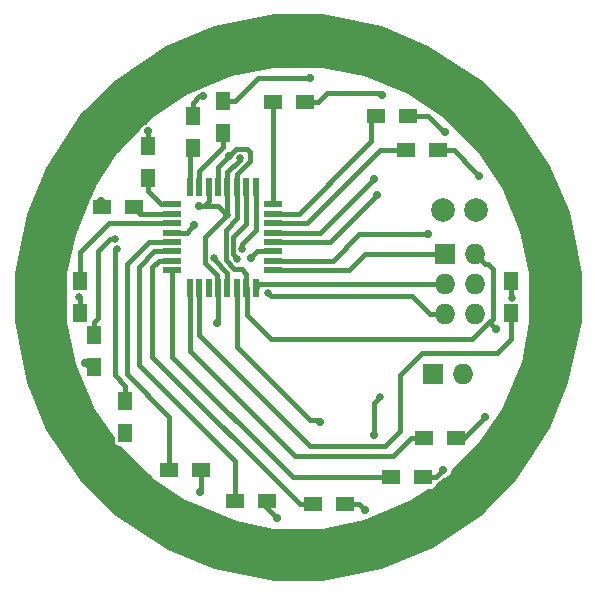
<source format=gbl>
G04 #@! TF.FileFunction,Copper,L2,Bot,Signal*
%FSLAX46Y46*%
G04 Gerber Fmt 4.6, Leading zero omitted, Abs format (unit mm)*
G04 Created by KiCad (PCBNEW (2015-06-11 BZR 5731)-product) date Sun 19 Jul 2015 11:24:49 PM CEST*
%MOMM*%
G01*
G04 APERTURE LIST*
%ADD10C,0.100000*%
%ADD11R,0.550000X1.600000*%
%ADD12R,1.600000X0.550000*%
%ADD13R,1.727200X1.727200*%
%ADD14O,1.727200X1.727200*%
%ADD15C,1.998980*%
%ADD16R,1.300000X1.500000*%
%ADD17R,1.500000X1.300000*%
%ADD18C,0.711200*%
%ADD19C,0.635000*%
%ADD20C,0.381000*%
%ADD21C,0.254000*%
G04 APERTURE END LIST*
D10*
D11*
X103340000Y-72680000D03*
X104140000Y-72680000D03*
X104940000Y-72680000D03*
X105740000Y-72680000D03*
X106540000Y-72680000D03*
X107340000Y-72680000D03*
X108140000Y-72680000D03*
X108940000Y-72680000D03*
D12*
X110390000Y-74130000D03*
X110390000Y-74930000D03*
X110390000Y-75730000D03*
X110390000Y-76530000D03*
X110390000Y-77330000D03*
X110390000Y-78130000D03*
X110390000Y-78930000D03*
X110390000Y-79730000D03*
D11*
X108940000Y-81180000D03*
X108140000Y-81180000D03*
X107340000Y-81180000D03*
X106540000Y-81180000D03*
X105740000Y-81180000D03*
X104940000Y-81180000D03*
X104140000Y-81180000D03*
X103340000Y-81180000D03*
D12*
X101890000Y-79730000D03*
X101890000Y-78930000D03*
X101890000Y-78130000D03*
X101890000Y-77330000D03*
X101890000Y-76530000D03*
X101890000Y-75730000D03*
X101890000Y-74930000D03*
X101890000Y-74130000D03*
D13*
X123920000Y-88487000D03*
D14*
X126460000Y-88487000D03*
D13*
X124936000Y-78327000D03*
D14*
X127476000Y-78327000D03*
X124936000Y-80867000D03*
X127476000Y-80867000D03*
X124936000Y-83407000D03*
X127476000Y-83407000D03*
D15*
X124809000Y-74644000D03*
X127603000Y-74644000D03*
D16*
X130524000Y-80660000D03*
X130524000Y-83360000D03*
D17*
X125905000Y-93948000D03*
X123205000Y-93948000D03*
X123111000Y-97250000D03*
X120411000Y-97250000D03*
X116507000Y-99536000D03*
X113807000Y-99536000D03*
X109903000Y-99282000D03*
X107203000Y-99282000D03*
X104315000Y-96615000D03*
X101615000Y-96615000D03*
D16*
X97885000Y-93520000D03*
X97885000Y-90820000D03*
X95218000Y-87932000D03*
X95218000Y-85232000D03*
X94075000Y-83360000D03*
X94075000Y-80660000D03*
D17*
X95900000Y-74390000D03*
X98600000Y-74390000D03*
D16*
X99790000Y-69230000D03*
X99790000Y-71930000D03*
X103600000Y-66690000D03*
X103600000Y-69390000D03*
X106140000Y-65420000D03*
X106140000Y-68120000D03*
D17*
X113078000Y-65500000D03*
X110378000Y-65500000D03*
X121841000Y-66643000D03*
X119141000Y-66643000D03*
X124381000Y-69564000D03*
X121681000Y-69564000D03*
D18*
X106648000Y-70071992D03*
X129254000Y-84677000D03*
D19*
X106521010Y-75025000D03*
D18*
X104108001Y-74262999D03*
X105632000Y-84169000D03*
D19*
X107602337Y-70199019D03*
X105378010Y-78668142D03*
D18*
X118967000Y-71977000D03*
D19*
X130651000Y-82038482D03*
D18*
X134334000Y-80740000D03*
X133191000Y-80740000D03*
X134334000Y-80740000D03*
X135477000Y-80740000D03*
X134715000Y-89757000D03*
X132302000Y-88741000D03*
X130016000Y-97631000D03*
X128111000Y-95853000D03*
X122650000Y-103219000D03*
X121634000Y-100679000D03*
X126352516Y-66610640D03*
X128111000Y-64611000D03*
X131032000Y-72993000D03*
X133571137Y-71965633D03*
X133445002Y-89249000D03*
X129000000Y-96742000D03*
X122142000Y-102076000D03*
X113760000Y-104489002D03*
X113760000Y-102965000D03*
X113760000Y-105505000D03*
X105251000Y-102838004D03*
X105759000Y-101695000D03*
X104743000Y-103854000D03*
X97885000Y-98647000D03*
X98393000Y-97758000D03*
X96996000Y-99409000D03*
X92678000Y-91789000D03*
X93694000Y-91154000D03*
X91408000Y-92043000D03*
X89249000Y-83280000D03*
X91789000Y-83280000D03*
X90392000Y-83280004D03*
X91535000Y-74644000D03*
X92678000Y-75279000D03*
X90392000Y-74263000D03*
X96996000Y-68167000D03*
X103346000Y-63468000D03*
X102330000Y-60928000D03*
X111220000Y-61309000D03*
X111220000Y-58769000D03*
X111346994Y-60039000D03*
X96107001Y-67278000D03*
X95345000Y-66389000D03*
X102838000Y-62198004D03*
X119221000Y-62198000D03*
X119856002Y-61055000D03*
X120237000Y-60039000D03*
X132302000Y-72612000D03*
X127222000Y-65627000D03*
X128365000Y-92170000D03*
X124809000Y-96615000D03*
X118205000Y-100044000D03*
X110712000Y-100679000D03*
X104235000Y-98520000D03*
X97885000Y-93693998D03*
X94456000Y-87598000D03*
D19*
X93947998Y-82010000D03*
D18*
X95853000Y-73882000D03*
X99789996Y-67913000D03*
X104489000Y-64992000D03*
X113506000Y-63468000D03*
X119602000Y-64865000D03*
X124936000Y-68040000D03*
X127857000Y-71723000D03*
D19*
X97210132Y-77906132D03*
X107393422Y-78741157D03*
X107791040Y-77946000D03*
X96992751Y-77044107D03*
D18*
X119221000Y-73374000D03*
X108553000Y-78708000D03*
X123539000Y-76676000D03*
X118967000Y-93694020D03*
D19*
X119475000Y-90438990D03*
D18*
X114395000Y-92551000D03*
D19*
X109950000Y-81629010D03*
D18*
X103727000Y-75914000D03*
D20*
X108140000Y-79999000D02*
X107738000Y-79597000D01*
X108140000Y-81180000D02*
X108140000Y-79999000D01*
X107121503Y-79597000D02*
X106394010Y-78869507D01*
X106394010Y-78869507D02*
X106394010Y-76279762D01*
X107738000Y-79597000D02*
X107121503Y-79597000D01*
X107340000Y-75333772D02*
X107340000Y-73861000D01*
X106394010Y-76279762D02*
X107340000Y-75333772D01*
X107340000Y-73861000D02*
X107340000Y-72680000D01*
X108172000Y-81212000D02*
X108140000Y-81180000D01*
X108172000Y-83534000D02*
X108172000Y-81212000D01*
X110204000Y-85566000D02*
X108172000Y-83534000D01*
X128619000Y-84199990D02*
X127252990Y-85566000D01*
X129000000Y-83818990D02*
X128619000Y-84199990D01*
X127252990Y-85566000D02*
X110204000Y-85566000D01*
X128593599Y-79190599D02*
X129000000Y-79597000D01*
X128339599Y-79190599D02*
X128593599Y-79190599D01*
X129000000Y-79597000D02*
X129000000Y-83818990D01*
X127476000Y-78327000D02*
X128339599Y-79190599D01*
X107282993Y-69436999D02*
X106965499Y-69754493D01*
X106330501Y-70389491D02*
X106648000Y-70071992D01*
X108426001Y-69691001D02*
X108171999Y-69436999D01*
X105740000Y-70979992D02*
X106330501Y-70389491D01*
X107340000Y-72680000D02*
X107340000Y-71539000D01*
X107340000Y-71539000D02*
X108426001Y-70452999D01*
X105740000Y-72680000D02*
X105740000Y-70979992D01*
X108171999Y-69436999D02*
X107282993Y-69436999D01*
X108426001Y-70452999D02*
X108426001Y-69691001D01*
X106965499Y-69754493D02*
X106648000Y-70071992D01*
X128619000Y-84199990D02*
X128776990Y-84199990D01*
X128776990Y-84199990D02*
X128936501Y-84359501D01*
X128936501Y-84359501D02*
X129254000Y-84677000D01*
X105740000Y-81180000D02*
X105659501Y-81099501D01*
X105659501Y-81099501D02*
X105659501Y-80132501D01*
X105659501Y-80132501D02*
X104616000Y-79089000D01*
X104616000Y-79089000D02*
X104616000Y-76930010D01*
X104616000Y-76930010D02*
X106203511Y-75342499D01*
X106203511Y-75342499D02*
X106521010Y-75025000D01*
X123920000Y-88360000D02*
X123920000Y-88487000D01*
X106540000Y-72680000D02*
X106540000Y-75006010D01*
X106540000Y-75006010D02*
X106521010Y-75025000D01*
X104940000Y-73861000D02*
X104538000Y-74263000D01*
X104940000Y-72680000D02*
X104940000Y-73861000D01*
X105759010Y-74263000D02*
X104430012Y-74263000D01*
X104538000Y-74263000D02*
X104430012Y-74263000D01*
X106521010Y-75025000D02*
X105759010Y-74263000D01*
X104430012Y-74263000D02*
X104430011Y-74262999D01*
X104430011Y-74262999D02*
X104108001Y-74262999D01*
X105740000Y-81180000D02*
X105740000Y-84061000D01*
X105740000Y-84061000D02*
X105632000Y-84169000D01*
X106540000Y-72680000D02*
X106540000Y-71434762D01*
X107602337Y-70372425D02*
X107602337Y-70199019D01*
X106540000Y-71434762D02*
X107602337Y-70372425D01*
X106540000Y-81180000D02*
X106540000Y-79913535D01*
X106540000Y-79913535D02*
X105378010Y-78751545D01*
X105378010Y-78751545D02*
X105378010Y-78668142D01*
X118649501Y-72294499D02*
X118967000Y-71977000D01*
X110390000Y-76530000D02*
X114414000Y-76530000D01*
X114414000Y-76530000D02*
X118649501Y-72294499D01*
X130524000Y-80660000D02*
X130524000Y-81883000D01*
X130651000Y-82010000D02*
X130651000Y-82038482D01*
X130524000Y-81883000D02*
X130651000Y-82010000D01*
X134334000Y-80740000D02*
X135477000Y-80740000D01*
X133318000Y-89757000D02*
X132302000Y-88741000D01*
X134715000Y-89757000D02*
X133318000Y-89757000D01*
X129889000Y-97631000D02*
X128111000Y-95853000D01*
X130016000Y-97631000D02*
X129889000Y-97631000D01*
X122650000Y-101695000D02*
X121634000Y-100679000D01*
X122650000Y-103219000D02*
X122650000Y-101695000D01*
X128111000Y-64738000D02*
X128111000Y-64611000D01*
X133432770Y-72104000D02*
X133571137Y-71965633D01*
X133318000Y-72104000D02*
X133432770Y-72104000D01*
X134334000Y-80740000D02*
X133445002Y-81628998D01*
X133445002Y-81628998D02*
X133445002Y-88799988D01*
X133445002Y-88799988D02*
X133445002Y-89249000D01*
X133445002Y-89249000D02*
X133445002Y-92296998D01*
X133445002Y-92296998D02*
X129317499Y-96424501D01*
X129317499Y-96424501D02*
X129000000Y-96742000D01*
D21*
X121888000Y-102203000D02*
X122015000Y-102076000D01*
X122015000Y-102076000D02*
X122142000Y-102076000D01*
D20*
X129000000Y-96742000D02*
X127476000Y-96742000D01*
X127476000Y-96742000D02*
X122459499Y-101758501D01*
X122459499Y-101758501D02*
X122142000Y-102076000D01*
X116046002Y-102203000D02*
X114077499Y-104171503D01*
X121888000Y-102203000D02*
X116046002Y-102203000D01*
X114077499Y-104171503D02*
X113760000Y-104489002D01*
X113760000Y-104489002D02*
X113760000Y-102965000D01*
X113760000Y-104489002D02*
X113760000Y-105505000D01*
X113760000Y-104489002D02*
X112109002Y-102838004D01*
X112109002Y-102838004D02*
X105700012Y-102838004D01*
X105700012Y-102838004D02*
X105251000Y-102838004D01*
X105251000Y-103346000D02*
X104743000Y-103854000D01*
X105251000Y-102838004D02*
X105251000Y-103346000D01*
X105251000Y-102838004D02*
X102076004Y-102838004D01*
X102076004Y-102838004D02*
X98202499Y-98964499D01*
X98202499Y-98964499D02*
X97885000Y-98647000D01*
X97758000Y-98647000D02*
X96996000Y-99409000D01*
X97885000Y-98647000D02*
X97758000Y-98647000D01*
X97885000Y-98647000D02*
X97885000Y-96996000D01*
X97885000Y-96996000D02*
X92995499Y-92106499D01*
X92995499Y-92106499D02*
X92678000Y-91789000D01*
X91662000Y-91789000D02*
X91408000Y-92043000D01*
X92678000Y-91789000D02*
X91662000Y-91789000D01*
X91789000Y-83280000D02*
X90900000Y-83280000D01*
X90900000Y-83280000D02*
X90899996Y-83280004D01*
X90899996Y-83280004D02*
X90841012Y-83280004D01*
X90392000Y-83729016D02*
X90392000Y-83280004D01*
X90841012Y-83280004D02*
X90392000Y-83280004D01*
X92678000Y-91789000D02*
X90392000Y-89503000D01*
X90392000Y-89503000D02*
X90392000Y-83729016D01*
X90900000Y-83280000D02*
X91535000Y-82645000D01*
X91535000Y-82645000D02*
X91535000Y-75093012D01*
X91535000Y-75093012D02*
X91535000Y-74644000D01*
X90773000Y-74644000D02*
X90392000Y-74263000D01*
X91535000Y-74644000D02*
X90773000Y-74644000D01*
X111220000Y-59912006D02*
X111346994Y-60039000D01*
X111220000Y-58769000D02*
X111220000Y-59912006D01*
X91535000Y-74644000D02*
X91535000Y-71850001D01*
X91535000Y-71850001D02*
X95789502Y-67595499D01*
X95789502Y-67595499D02*
X96107001Y-67278000D01*
X96107001Y-67278000D02*
X95345000Y-66515999D01*
X95345000Y-66515999D02*
X95345000Y-66389000D01*
X102838000Y-61748992D02*
X102838000Y-62198004D01*
X111346994Y-60039000D02*
X104997004Y-60039000D01*
X104997004Y-60039000D02*
X103155499Y-61880505D01*
X103155499Y-61880505D02*
X102838000Y-62198004D01*
X102330000Y-60928000D02*
X102838000Y-61436000D01*
X102838000Y-61436000D02*
X102838000Y-61748992D01*
X96107001Y-67278000D02*
X101186997Y-62198004D01*
X101186997Y-62198004D02*
X102388988Y-62198004D01*
X102388988Y-62198004D02*
X102838000Y-62198004D01*
X112362994Y-61055000D02*
X119406990Y-61055000D01*
X111346994Y-60039000D02*
X112362994Y-61055000D01*
X119406990Y-61055000D02*
X119856002Y-61055000D01*
X119221000Y-62198000D02*
X119221000Y-61690002D01*
X119221000Y-61690002D02*
X119538503Y-61372499D01*
X119538503Y-61372499D02*
X119856002Y-61055000D01*
X132302000Y-78708000D02*
X132302000Y-73061012D01*
X134334000Y-80740000D02*
X132302000Y-78708000D01*
X132302000Y-73061012D02*
X132302000Y-72612000D01*
X127222000Y-66076012D02*
X127222000Y-65627000D01*
X132302000Y-72612000D02*
X127222000Y-67532000D01*
X127222000Y-67532000D02*
X127222000Y-66076012D01*
X119856002Y-61055000D02*
X122650000Y-61055000D01*
X122650000Y-61055000D02*
X126904501Y-65309501D01*
X126904501Y-65309501D02*
X127222000Y-65627000D01*
X126587000Y-93948000D02*
X128365000Y-92170000D01*
X125905000Y-93948000D02*
X126587000Y-93948000D01*
X124174000Y-97250000D02*
X124809000Y-96615000D01*
X123111000Y-97250000D02*
X124174000Y-97250000D01*
X118205000Y-100044000D02*
X117697000Y-99536000D01*
X117697000Y-99536000D02*
X116507000Y-99536000D01*
X109823000Y-99362000D02*
X109903000Y-99282000D01*
X109823000Y-99790000D02*
X109823000Y-99362000D01*
X110712000Y-100679000D02*
X109823000Y-99790000D01*
X104315000Y-98440000D02*
X104235000Y-98520000D01*
X104315000Y-96615000D02*
X104315000Y-98440000D01*
X97885000Y-93520000D02*
X97885000Y-93693998D01*
X94790000Y-87932000D02*
X94456000Y-87598000D01*
X95218000Y-87932000D02*
X94790000Y-87932000D01*
X94075000Y-83360000D02*
X94075000Y-82010000D01*
X94075000Y-82010000D02*
X93947998Y-82010000D01*
X95900000Y-74390000D02*
X95853000Y-74343000D01*
X95853000Y-74331012D02*
X95853000Y-73882000D01*
X95853000Y-74343000D02*
X95853000Y-74331012D01*
X99790000Y-69230000D02*
X99790000Y-68040000D01*
X99790000Y-68040000D02*
X99789996Y-68039996D01*
X99789996Y-68039996D02*
X99789996Y-67913000D01*
X103600000Y-66690000D02*
X103600000Y-65559000D01*
X103600000Y-65559000D02*
X104167000Y-64992000D01*
X104167000Y-64992000D02*
X104489000Y-64992000D01*
X107171000Y-65420000D02*
X109123000Y-63468000D01*
X106140000Y-65420000D02*
X107171000Y-65420000D01*
X109123000Y-63468000D02*
X113506000Y-63468000D01*
X113078000Y-65500000D02*
X114209000Y-65500000D01*
X114209000Y-65500000D02*
X114971000Y-64738000D01*
X114971000Y-64738000D02*
X119475000Y-64738000D01*
X119475000Y-64738000D02*
X119602000Y-64865000D01*
X121841000Y-66643000D02*
X123539000Y-66643000D01*
X123539000Y-66643000D02*
X124618501Y-67722501D01*
X124618501Y-67722501D02*
X124936000Y-68040000D01*
X127501401Y-71367401D02*
X127857000Y-71723000D01*
X125698000Y-69564000D02*
X127501401Y-71367401D01*
X124381000Y-69564000D02*
X125698000Y-69564000D01*
X103340000Y-72680000D02*
X103340000Y-69650000D01*
X103340000Y-69650000D02*
X103600000Y-69390000D01*
X104140000Y-71310000D02*
X106140000Y-69310000D01*
X104140000Y-72680000D02*
X104140000Y-71310000D01*
X106140000Y-69310000D02*
X106140000Y-68120000D01*
X97210132Y-77906132D02*
X96996000Y-78120264D01*
X96996000Y-78120264D02*
X96996000Y-88614000D01*
X96996000Y-88614000D02*
X97885000Y-89503000D01*
X97885000Y-89503000D02*
X97885000Y-90820000D01*
X107029020Y-78376755D02*
X107075923Y-78423658D01*
X108140000Y-72680000D02*
X108140000Y-75819000D01*
X108140000Y-75819000D02*
X107029020Y-76929980D01*
X107075923Y-78423658D02*
X107393422Y-78741157D01*
X107029020Y-76929980D02*
X107029020Y-78376755D01*
X107791040Y-77496988D02*
X107791040Y-77946000D01*
X107791040Y-77496948D02*
X107791040Y-77496988D01*
X108940000Y-72680000D02*
X108940000Y-76347988D01*
X108940000Y-76347988D02*
X107791040Y-77496948D01*
X96979858Y-77057000D02*
X96992751Y-77044107D01*
X96615000Y-77057000D02*
X96979858Y-77057000D01*
X95599000Y-78073000D02*
X96615000Y-77057000D01*
X95218000Y-84101000D02*
X95599000Y-83720000D01*
X95599000Y-83720000D02*
X95599000Y-78073000D01*
X95218000Y-85232000D02*
X95218000Y-84101000D01*
X110378000Y-74118000D02*
X110390000Y-74130000D01*
X110378000Y-65500000D02*
X110378000Y-74118000D01*
X118713000Y-67071000D02*
X119141000Y-66643000D01*
X118713000Y-68802000D02*
X118713000Y-67071000D01*
X117697000Y-69818000D02*
X112585000Y-74930000D01*
X117697000Y-69818000D02*
X118713000Y-68802000D01*
X110390000Y-74930000D02*
X112585000Y-74930000D01*
X110390000Y-75730000D02*
X113309000Y-75730000D01*
X113309000Y-75730000D02*
X119475000Y-69564000D01*
X119475000Y-69564000D02*
X120550000Y-69564000D01*
X120550000Y-69564000D02*
X121681000Y-69564000D01*
X110390000Y-77330000D02*
X115265000Y-77330000D01*
X115265000Y-77330000D02*
X118903501Y-73691499D01*
X118903501Y-73691499D02*
X119221000Y-73374000D01*
X108553000Y-78708000D02*
X108553000Y-78581000D01*
X109004000Y-78130000D02*
X110390000Y-78130000D01*
X108553000Y-78581000D02*
X109004000Y-78130000D01*
X123089988Y-76676000D02*
X123539000Y-76676000D01*
X115443000Y-78930000D02*
X117697000Y-76676000D01*
X117697000Y-76676000D02*
X123089988Y-76676000D01*
X110390000Y-78930000D02*
X115443000Y-78930000D01*
X124936000Y-78327000D02*
X118205000Y-78327000D01*
X118205000Y-78327000D02*
X116802000Y-79730000D01*
X116802000Y-79730000D02*
X110390000Y-79730000D01*
X118967000Y-93245008D02*
X118967000Y-93694020D01*
X118967000Y-90946990D02*
X118967000Y-93245008D01*
X119475000Y-90438990D02*
X118967000Y-90946990D01*
X109253000Y-80867000D02*
X108940000Y-81180000D01*
X124936000Y-80867000D02*
X109253000Y-80867000D01*
X107340000Y-81180000D02*
X107340000Y-86258000D01*
X107340000Y-86258000D02*
X113506000Y-92424000D01*
X113506000Y-92424000D02*
X114268000Y-92424000D01*
X114268000Y-92424000D02*
X114395000Y-92551000D01*
X104140000Y-81180000D02*
X104140000Y-85217000D01*
X130524000Y-85566000D02*
X130524000Y-84491000D01*
X104140000Y-85217000D02*
X113506000Y-94583000D01*
X113506000Y-94583000D02*
X119856000Y-94583000D01*
X119856000Y-94583000D02*
X121126000Y-93313000D01*
X121126000Y-93313000D02*
X121126000Y-88614000D01*
X123031000Y-86709000D02*
X129381000Y-86709000D01*
X121126000Y-88614000D02*
X123031000Y-86709000D01*
X129381000Y-86709000D02*
X130524000Y-85566000D01*
X130524000Y-84491000D02*
X130524000Y-83360000D01*
X123205000Y-93948000D02*
X122074000Y-93948000D01*
X112236000Y-95472000D02*
X103346000Y-86582000D01*
X122074000Y-93948000D02*
X120550000Y-95472000D01*
X120550000Y-95472000D02*
X112236000Y-95472000D01*
X103346000Y-86582000D02*
X103346000Y-81186000D01*
X103346000Y-81186000D02*
X103340000Y-81180000D01*
X101890000Y-79730000D02*
X101890000Y-87031000D01*
X119280000Y-97250000D02*
X120411000Y-97250000D01*
X101890000Y-87031000D02*
X112109000Y-97250000D01*
X112109000Y-97250000D02*
X119280000Y-97250000D01*
X101890000Y-78930000D02*
X100709000Y-78930000D01*
X100171000Y-87031000D02*
X112676000Y-99536000D01*
X100709000Y-78930000D02*
X100171000Y-79468000D01*
X112676000Y-99536000D02*
X113807000Y-99536000D01*
X100171000Y-79468000D02*
X100171000Y-87031000D01*
X107203000Y-99282000D02*
X107203000Y-95900000D01*
X107203000Y-95900000D02*
X99028000Y-87725000D01*
X99028000Y-87725000D02*
X99028000Y-79460981D01*
X99028000Y-79460981D02*
X100358981Y-78130000D01*
X100358981Y-78130000D02*
X100709000Y-78130000D01*
X100709000Y-78130000D02*
X101890000Y-78130000D01*
X101890000Y-77330000D02*
X99898000Y-77330000D01*
X99898000Y-77330000D02*
X98012000Y-79216000D01*
X98012000Y-79216000D02*
X98012000Y-88532194D01*
X98012000Y-88532194D02*
X101615000Y-92135194D01*
X101615000Y-92135194D02*
X101615000Y-95584000D01*
X101615000Y-95584000D02*
X101615000Y-96615000D01*
X110203990Y-81883000D02*
X109950000Y-81629010D01*
X122190686Y-81883000D02*
X110203990Y-81883000D01*
X123714686Y-83407000D02*
X122190686Y-81883000D01*
X124936000Y-83407000D02*
X123714686Y-83407000D01*
X101890000Y-76530000D02*
X103111000Y-76530000D01*
X103111000Y-76530000D02*
X103409501Y-76231499D01*
X103409501Y-76231499D02*
X103727000Y-75914000D01*
X100709000Y-75730000D02*
X101890000Y-75730000D01*
X96545000Y-75730000D02*
X100709000Y-75730000D01*
X94075000Y-78200000D02*
X96545000Y-75730000D01*
X94075000Y-80660000D02*
X94075000Y-78200000D01*
X99140000Y-74930000D02*
X98600000Y-74390000D01*
X101890000Y-74930000D02*
X99140000Y-74930000D01*
X101890000Y-74130000D02*
X100927000Y-74130000D01*
X100927000Y-74130000D02*
X99790000Y-72993000D01*
X99790000Y-72993000D02*
X99790000Y-71930000D01*
D21*
G36*
X136366000Y-84028223D02*
X135228195Y-89211554D01*
X133712835Y-92999952D01*
X132175000Y-95340134D01*
X132175000Y-84042000D01*
X132175000Y-79978000D01*
X132172379Y-79964823D01*
X132172181Y-79951390D01*
X131410181Y-76395390D01*
X131405600Y-76384777D01*
X131403350Y-76373441D01*
X129879350Y-72690441D01*
X129872427Y-72680072D01*
X129867670Y-72668553D01*
X127835670Y-69620553D01*
X127826789Y-69611653D01*
X127819803Y-69601198D01*
X124898803Y-66680197D01*
X124888345Y-66673209D01*
X124879447Y-66664330D01*
X121831447Y-64632330D01*
X121819927Y-64627572D01*
X121809559Y-64620650D01*
X118126559Y-63096650D01*
X118113102Y-63093978D01*
X118100326Y-63088978D01*
X114544325Y-62453978D01*
X114533057Y-62454199D01*
X114522000Y-62452000D01*
X110458000Y-62452000D01*
X110446944Y-62454199D01*
X110435675Y-62453978D01*
X106879675Y-63088978D01*
X106866899Y-63093977D01*
X106853441Y-63096650D01*
X103170441Y-64620650D01*
X103160072Y-64627572D01*
X103148553Y-64632330D01*
X100100553Y-66664330D01*
X100091653Y-66673210D01*
X100081198Y-66680197D01*
X99543580Y-67217814D01*
X99373291Y-67288177D01*
X99165901Y-67495205D01*
X99094686Y-67666708D01*
X97160197Y-69601197D01*
X97152856Y-69612183D01*
X97143624Y-69621624D01*
X95238623Y-72542624D01*
X95234065Y-72553982D01*
X95227339Y-72564200D01*
X94839158Y-73519722D01*
X94791574Y-73590216D01*
X94773103Y-73682317D01*
X93576339Y-76628200D01*
X93574425Y-76638176D01*
X93570252Y-76647443D01*
X92808252Y-79949443D01*
X92807812Y-79963858D01*
X92805000Y-79978000D01*
X92805000Y-84042000D01*
X92807620Y-84055176D01*
X92807819Y-84068610D01*
X93569819Y-87624611D01*
X93574399Y-87635224D01*
X93576650Y-87646559D01*
X95100650Y-91329559D01*
X95107572Y-91339927D01*
X95112330Y-91351447D01*
X96846536Y-93952756D01*
X96846536Y-94270000D01*
X96874722Y-94415274D01*
X96958596Y-94542956D01*
X97085216Y-94628426D01*
X97235000Y-94658464D01*
X97399858Y-94658464D01*
X100081198Y-97339803D01*
X100091107Y-97346424D01*
X100099456Y-97354931D01*
X102893456Y-99259931D01*
X102905632Y-99265108D01*
X102916645Y-99272434D01*
X107234645Y-101050434D01*
X107246722Y-101052810D01*
X107258093Y-101057534D01*
X110433093Y-101692534D01*
X110445668Y-101692547D01*
X110458000Y-101695000D01*
X114522000Y-101695000D01*
X114535176Y-101692379D01*
X114548610Y-101692181D01*
X118104611Y-100930181D01*
X118115496Y-100925482D01*
X118127114Y-100923119D01*
X122064114Y-99272119D01*
X122074744Y-99264948D01*
X122086544Y-99259931D01*
X123511362Y-98288464D01*
X123861000Y-98288464D01*
X124006274Y-98260278D01*
X124133956Y-98176404D01*
X124219426Y-98049784D01*
X124249464Y-97900000D01*
X124249464Y-97806489D01*
X124356417Y-97785214D01*
X124392703Y-97777997D01*
X124392704Y-97777997D01*
X124578112Y-97654112D01*
X124870325Y-97361898D01*
X124880544Y-97354931D01*
X124883748Y-97351665D01*
X124954876Y-97351728D01*
X125225705Y-97239823D01*
X125433095Y-97032795D01*
X125545472Y-96762162D01*
X125545532Y-96693073D01*
X127819803Y-94418802D01*
X127826096Y-94409383D01*
X127834255Y-94401525D01*
X129866255Y-91480525D01*
X129871618Y-91468234D01*
X129879119Y-91457114D01*
X131530119Y-87520114D01*
X131532833Y-87506772D01*
X131537877Y-87494125D01*
X132172877Y-84065125D01*
X132172722Y-84053450D01*
X132175000Y-84042000D01*
X132175000Y-95340134D01*
X130806002Y-97423392D01*
X127902438Y-100326955D01*
X123859169Y-103106702D01*
X119565027Y-104874879D01*
X114509423Y-105886000D01*
X110470577Y-105886000D01*
X105415381Y-104874960D01*
X101500936Y-103233419D01*
X97076607Y-100326002D01*
X94173388Y-97422782D01*
X91266249Y-93125273D01*
X89625154Y-89211893D01*
X88614000Y-84029726D01*
X88614000Y-79990577D01*
X89625039Y-74935381D01*
X91266579Y-71020939D01*
X94173992Y-66596613D01*
X97077216Y-63693388D01*
X101374133Y-60786650D01*
X105414675Y-59145180D01*
X110470577Y-58134000D01*
X114509423Y-58134000D01*
X119564618Y-59145039D01*
X123479060Y-60786579D01*
X127903386Y-63693992D01*
X130806611Y-66597216D01*
X133713750Y-70894726D01*
X135354845Y-74808106D01*
X136366000Y-79990273D01*
X136366000Y-84028223D01*
X136366000Y-84028223D01*
G37*
X136366000Y-84028223D02*
X135228195Y-89211554D01*
X133712835Y-92999952D01*
X132175000Y-95340134D01*
X132175000Y-84042000D01*
X132175000Y-79978000D01*
X132172379Y-79964823D01*
X132172181Y-79951390D01*
X131410181Y-76395390D01*
X131405600Y-76384777D01*
X131403350Y-76373441D01*
X129879350Y-72690441D01*
X129872427Y-72680072D01*
X129867670Y-72668553D01*
X127835670Y-69620553D01*
X127826789Y-69611653D01*
X127819803Y-69601198D01*
X124898803Y-66680197D01*
X124888345Y-66673209D01*
X124879447Y-66664330D01*
X121831447Y-64632330D01*
X121819927Y-64627572D01*
X121809559Y-64620650D01*
X118126559Y-63096650D01*
X118113102Y-63093978D01*
X118100326Y-63088978D01*
X114544325Y-62453978D01*
X114533057Y-62454199D01*
X114522000Y-62452000D01*
X110458000Y-62452000D01*
X110446944Y-62454199D01*
X110435675Y-62453978D01*
X106879675Y-63088978D01*
X106866899Y-63093977D01*
X106853441Y-63096650D01*
X103170441Y-64620650D01*
X103160072Y-64627572D01*
X103148553Y-64632330D01*
X100100553Y-66664330D01*
X100091653Y-66673210D01*
X100081198Y-66680197D01*
X99543580Y-67217814D01*
X99373291Y-67288177D01*
X99165901Y-67495205D01*
X99094686Y-67666708D01*
X97160197Y-69601197D01*
X97152856Y-69612183D01*
X97143624Y-69621624D01*
X95238623Y-72542624D01*
X95234065Y-72553982D01*
X95227339Y-72564200D01*
X94839158Y-73519722D01*
X94791574Y-73590216D01*
X94773103Y-73682317D01*
X93576339Y-76628200D01*
X93574425Y-76638176D01*
X93570252Y-76647443D01*
X92808252Y-79949443D01*
X92807812Y-79963858D01*
X92805000Y-79978000D01*
X92805000Y-84042000D01*
X92807620Y-84055176D01*
X92807819Y-84068610D01*
X93569819Y-87624611D01*
X93574399Y-87635224D01*
X93576650Y-87646559D01*
X95100650Y-91329559D01*
X95107572Y-91339927D01*
X95112330Y-91351447D01*
X96846536Y-93952756D01*
X96846536Y-94270000D01*
X96874722Y-94415274D01*
X96958596Y-94542956D01*
X97085216Y-94628426D01*
X97235000Y-94658464D01*
X97399858Y-94658464D01*
X100081198Y-97339803D01*
X100091107Y-97346424D01*
X100099456Y-97354931D01*
X102893456Y-99259931D01*
X102905632Y-99265108D01*
X102916645Y-99272434D01*
X107234645Y-101050434D01*
X107246722Y-101052810D01*
X107258093Y-101057534D01*
X110433093Y-101692534D01*
X110445668Y-101692547D01*
X110458000Y-101695000D01*
X114522000Y-101695000D01*
X114535176Y-101692379D01*
X114548610Y-101692181D01*
X118104611Y-100930181D01*
X118115496Y-100925482D01*
X118127114Y-100923119D01*
X122064114Y-99272119D01*
X122074744Y-99264948D01*
X122086544Y-99259931D01*
X123511362Y-98288464D01*
X123861000Y-98288464D01*
X124006274Y-98260278D01*
X124133956Y-98176404D01*
X124219426Y-98049784D01*
X124249464Y-97900000D01*
X124249464Y-97806489D01*
X124356417Y-97785214D01*
X124392703Y-97777997D01*
X124392704Y-97777997D01*
X124578112Y-97654112D01*
X124870325Y-97361898D01*
X124880544Y-97354931D01*
X124883748Y-97351665D01*
X124954876Y-97351728D01*
X125225705Y-97239823D01*
X125433095Y-97032795D01*
X125545472Y-96762162D01*
X125545532Y-96693073D01*
X127819803Y-94418802D01*
X127826096Y-94409383D01*
X127834255Y-94401525D01*
X129866255Y-91480525D01*
X129871618Y-91468234D01*
X129879119Y-91457114D01*
X131530119Y-87520114D01*
X131532833Y-87506772D01*
X131537877Y-87494125D01*
X132172877Y-84065125D01*
X132172722Y-84053450D01*
X132175000Y-84042000D01*
X132175000Y-95340134D01*
X130806002Y-97423392D01*
X127902438Y-100326955D01*
X123859169Y-103106702D01*
X119565027Y-104874879D01*
X114509423Y-105886000D01*
X110470577Y-105886000D01*
X105415381Y-104874960D01*
X101500936Y-103233419D01*
X97076607Y-100326002D01*
X94173388Y-97422782D01*
X91266249Y-93125273D01*
X89625154Y-89211893D01*
X88614000Y-84029726D01*
X88614000Y-79990577D01*
X89625039Y-74935381D01*
X91266579Y-71020939D01*
X94173992Y-66596613D01*
X97077216Y-63693388D01*
X101374133Y-60786650D01*
X105414675Y-59145180D01*
X110470577Y-58134000D01*
X114509423Y-58134000D01*
X119564618Y-59145039D01*
X123479060Y-60786579D01*
X127903386Y-63693992D01*
X130806611Y-66597216D01*
X133713750Y-70894726D01*
X135354845Y-74808106D01*
X136366000Y-79990273D01*
X136366000Y-84028223D01*
M02*

</source>
